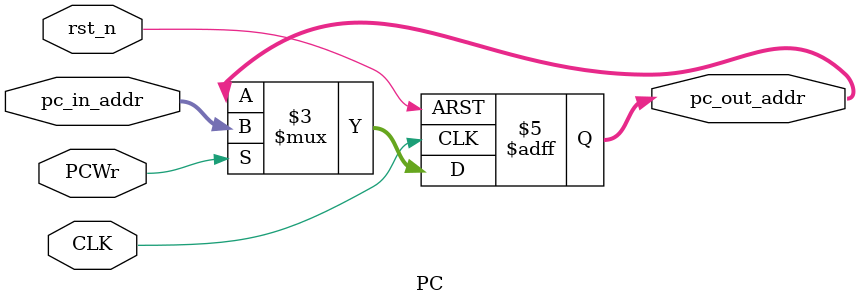
<source format=sv>
module PC (
    input wire CLK,
    input wire rst_n,
    input wire PCWr,
    input wire [31:0] pc_in_addr,
    output reg [31:0] pc_out_addr
);
    always_ff @(posedge CLK or negedge rst_n) begin
        if (!rst_n) 
        begin
            pc_out_addr <= 32'h00400000;  // 异步复位
        end 
        else if(PCWr) 
        begin
            pc_out_addr <= pc_in_addr;     // 正常更新
        end
    end
endmodule
</source>
